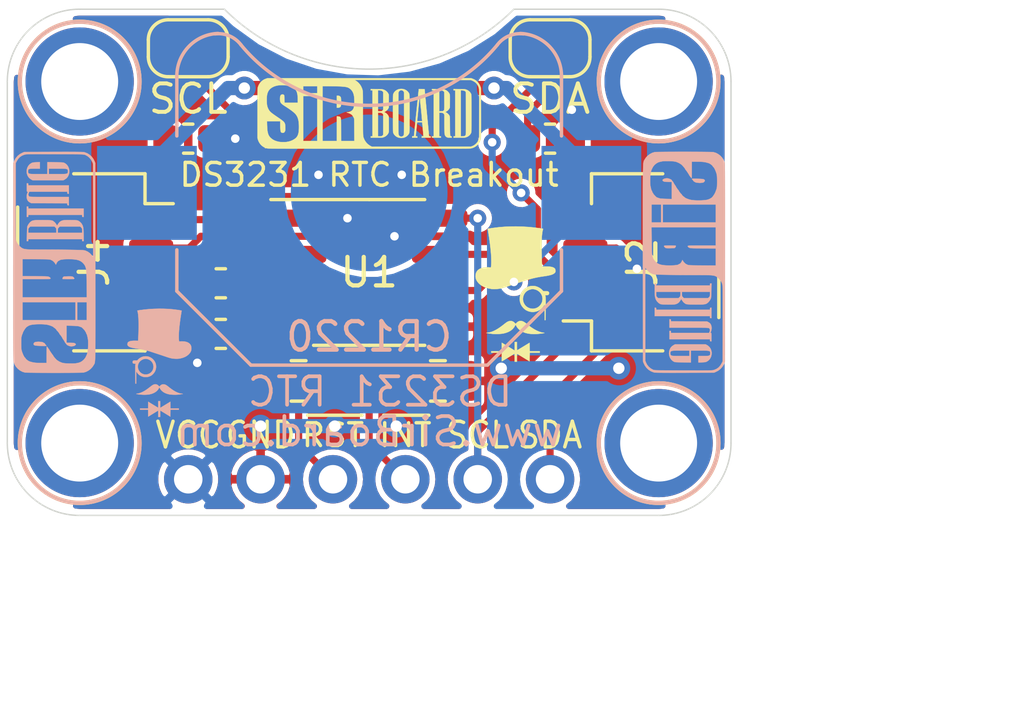
<source format=kicad_pcb>
(kicad_pcb (version 20171130) (host pcbnew "(5.1.2)-2")
  (title_block (title "DS3231MZ+ Based Real Time Clock") (date 2020-02-09) (rev 2) (company SirBoard) (comment 1 www.SirBoard.com) (comment 2 "±5ppm Accuracy RTC with internal MEMS oscillator") (comment 3 "DS3231MZ+ - SirBlue"))
  (layers (0 F.Cu signal) (31 B.Cu signal) (34 B.Paste user hide) (35 F.Paste user hide) (36 B.SilkS user) (37 F.SilkS user) (38 B.Mask user hide) (39 F.Mask user hide) (44 Edge.Cuts user))
  (net 0 "")
  (net 1 GND)
  (net 2 VCC)
  (net 3 "Net-(JP2-Pad2)")
  (net 4 SCL)
  (net 5 "Net-(JP3-Pad2)")
  (net 6 SDA)
  (net 7 VBAT)
  (net 8 SQW)
  (net 9 "Net-(U1-Pad1)")
  (net 10 RST)
  (module logo:logo47x67 (layer F.Cu) (at 70.4215 34.544)
    (fp_text reference G*** hide)
    (fp_text value LOGO hide)
  )
  (module Battery:BatteryHolder_Keystone_3000_1x12mm (layer B.Cu) (at 65.278 30.988)
    (fp_text reference CR1220 (at 0 5.05) (layer B.SilkS) (effects (justify mirror)))
    (fp_text value CR1220)
    (pad 2 smd circle (at 0 0) (size 5.5 5.5) (layers B.Cu B.Mask) (net 1 GND))
    (pad 1 smd rect (at 7.8 0) (size 3.5 3.3) (layers B.Cu B.Paste B.Mask) (net 7 VBAT))
    (pad 1 smd rect (at -7.8 0) (size 3.5 3.3) (layers B.Cu B.Paste B.Mask) (net 7 VBAT))
  )
  (module Capacitor_SMD:C_0805_2012Metric (layer F.Cu) (at 67.691 37.592)
    (fp_text reference C2 hide)
    (fp_text value 1uF)
    (pad 2 smd roundrect (at 0.9375 0) (size 0.975 1.4) (layers F.Cu F.Paste F.Mask) (net 1 GND))
    (pad 1 smd roundrect (at -0.9375 0) (size 0.975 1.4) (layers F.Cu F.Paste F.Mask) (net 7 VBAT))
  )
  (module Package_SO:SOIC-8_3.9x4.9mm_P1.27mm (layer F.Cu) (at 65.278 33.782)
    (fp_text reference U1 (at 0 0) (layer F.SilkS))
    (fp_text value DS3231MZ)
    (pad 8 smd roundrect (at 2.475 -1.905) (size 1.95 0.6) (layers F.Cu F.Paste F.Mask) (net 4 SCL))
    (pad 7 smd roundrect (at 2.475 -0.635) (size 1.95 0.6) (layers F.Cu F.Paste F.Mask) (net 6 SDA))
    (pad 6 smd roundrect (at 2.475 0.635) (size 1.95 0.6) (layers F.Cu F.Paste F.Mask) (net 7 VBAT))
    (pad 5 smd roundrect (at 2.475 1.905) (size 1.95 0.6) (layers F.Cu F.Paste F.Mask) (net 1 GND))
    (pad 4 smd roundrect (at -2.475 1.905) (size 1.95 0.6) (layers F.Cu F.Paste F.Mask) (net 10 RST))
    (pad 3 smd roundrect (at -2.475 0.635) (size 1.95 0.6) (layers F.Cu F.Paste F.Mask) (net 8 SQW))
    (pad 2 smd roundrect (at -2.475 -0.635) (size 1.95 0.6) (layers F.Cu F.Paste F.Mask) (net 2 VCC))
    (pad 1 smd roundrect (at -2.475 -1.905) (size 1.95 0.6) (layers F.Cu F.Paste F.Mask) (net 9 "Net-(U1-Pad1)"))
  )
  (module Resistor_SMD:R_0603_1608Metric (layer F.Cu) (at 60.071 34.163)
    (fp_text reference R4 hide)
    (fp_text value 10k)
    (pad 2 smd roundrect (at 0.7875 0) (size 0.875 0.95) (layers F.Cu F.Paste F.Mask) (net 8 SQW))
    (pad 1 smd roundrect (at -0.7875 0) (size 0.875 0.95) (layers F.Cu F.Paste F.Mask) (net 2 VCC))
  )
  (module Resistor_SMD:R_0603_1608Metric (layer F.Cu) (at 60.071 35.941)
    (fp_text reference R3 hide)
    (fp_text value 10k)
    (pad 2 smd roundrect (at 0.7875 0) (size 0.875 0.95) (layers F.Cu F.Paste F.Mask) (net 10 RST))
    (pad 1 smd roundrect (at -0.7875 0) (size 0.875 0.95) (layers F.Cu F.Paste F.Mask) (net 2 VCC))
  )
  (module logo:logo38x53 (layer B.Cu) (at 57.912 36.957 180)
    (fp_text reference G*** hide)
    (fp_text value LOGO hide)
  )
  (module logo:SirBoard79x25 (layer F.Cu) (at 65.278 28.194)
    (fp_text reference G*** hide)
    (fp_text value LOGO hide)
  )
  (module Resistor_SMD:R_0603_1608Metric (layer F.Cu) (at 71.628 29.083 180)
    (fp_text reference R2 hide)
    (fp_text value 4.7k)
    (pad 2 smd roundrect (at 0.7875 0 180) (size 0.875 0.95) (layers F.Cu F.Paste F.Mask) (net 5 "Net-(JP3-Pad2)"))
    (pad 1 smd roundrect (at -0.7875 0 180) (size 0.875 0.95) (layers F.Cu F.Paste F.Mask) (net 2 VCC))
  )
  (module Resistor_SMD:R_0603_1608Metric (layer F.Cu) (at 58.928 29.083 180)
    (fp_text reference R1 hide)
    (fp_text value 4.7k)
    (pad 2 smd roundrect (at 0.7875 0 180) (size 0.875 0.95) (layers F.Cu F.Paste F.Mask) (net 3 "Net-(JP2-Pad2)"))
    (pad 1 smd roundrect (at -0.7875 0 180) (size 0.875 0.95) (layers F.Cu F.Paste F.Mask) (net 2 VCC))
  )
  (module Connector_PinHeader_2.54mm:PinHeader_1x06_P2.54mm_Vertical (layer B.Cu) (at 58.928 41.0464 270)
    (fp_text reference J1 hide)
    (fp_text value Conn_01x06)
    (pad 1 thru_hole circle (at 0 0 270) (size 1.7 1.7) (drill 1) (layers *.Cu *.Mask) (net 2 VCC))
    (pad 2 thru_hole oval (at 0 -2.54 270) (size 1.7 1.7) (drill 1) (layers *.Cu *.Mask) (net 1 GND))
    (pad 3 thru_hole oval (at 0 -5.08 270) (size 1.7 1.7) (drill 1) (layers *.Cu *.Mask) (net 10 RST))
    (pad 4 thru_hole oval (at 0 -7.62 270) (size 1.7 1.7) (drill 1) (layers *.Cu *.Mask) (net 8 SQW))
    (pad 5 thru_hole oval (at 0 -10.16 270) (size 1.7 1.7) (drill 1) (layers *.Cu *.Mask) (net 4 SCL))
    (pad 6 thru_hole oval (at 0 -12.7 270) (size 1.7 1.7) (drill 1) (layers *.Cu *.Mask) (net 6 SDA))
  )
  (module Capacitor_SMD:C_0805_2012Metric (layer F.Cu) (at 62.8015 37.592)
    (fp_text reference C1 hide)
    (fp_text value 10uF)
    (pad 2 smd roundrect (at 0.9375 0) (size 0.975 1.4) (layers F.Cu F.Paste F.Mask) (net 1 GND))
    (pad 1 smd roundrect (at -0.9375 0) (size 0.975 1.4) (layers F.Cu F.Paste F.Mask) (net 2 VCC))
  )
  (module Jumper:SolderJumper-2_P1.3mm_Open_RoundedPad1.0x1.5mm (layer F.Cu) (at 71.628 25.908)
    (fp_text reference SDA (at 0 1.778 unlocked) (layer F.SilkS) (effects (font (thickness 0.14))))
    (fp_text value SolderJumper_2_Open)
    (pad 1 smd custom (at -0.65 0) (size 1 0.5) (layers F.Cu F.Mask) (net 6 SDA) (options (clearance outline) (anchor rect)) (primitives (gr_circle (center 0 0.25) (end 0.5 0.25) (width 0)) (gr_circle (center 0 -0.25) (end 0.5 -0.25) (width 0)) (gr_poly (pts (xy 0 -0.75) (xy 0.5 -0.75) (xy 0.5 0.75) (xy 0 0.75)) (width 0))))
    (pad 2 smd custom (at 0.65 0) (size 1 0.5) (layers F.Cu F.Mask) (net 5 "Net-(JP3-Pad2)") (options (clearance outline) (anchor rect)) (primitives (gr_circle (center 0 0.25) (end 0.5 0.25) (width 0)) (gr_circle (center 0 -0.25) (end 0.5 -0.25) (width 0)) (gr_poly (pts (xy 0 -0.75) (xy -0.5 -0.75) (xy -0.5 0.75) (xy 0 0.75)) (width 0))))
  )
  (module Jumper:SolderJumper-2_P1.3mm_Open_RoundedPad1.0x1.5mm (layer F.Cu) (at 58.928 25.908 180)
    (fp_text reference SCL (at 0 -1.778 unlocked) (layer F.SilkS) (effects (font (thickness 0.14))))
    (fp_text value SolderJumper_2_Open)
    (pad 1 smd custom (at -0.65 0 180) (size 1 0.5) (layers F.Cu F.Mask) (net 4 SCL) (options (clearance outline) (anchor rect)) (primitives (gr_circle (center 0 0.25) (end 0.5 0.25) (width 0)) (gr_circle (center 0 -0.25) (end 0.5 -0.25) (width 0)) (gr_poly (pts (xy 0 -0.75) (xy 0.5 -0.75) (xy 0.5 0.75) (xy 0 0.75)) (width 0))))
    (pad 2 smd custom (at 0.65 0 180) (size 1 0.5) (layers F.Cu F.Mask) (net 3 "Net-(JP2-Pad2)") (options (clearance outline) (anchor rect)) (primitives (gr_circle (center 0 0.25) (end 0.5 0.25) (width 0)) (gr_circle (center 0 -0.25) (end 0.5 -0.25) (width 0)) (gr_poly (pts (xy 0 -0.75) (xy -0.5 -0.75) (xy -0.5 0.75) (xy 0 0.75)) (width 0))))
  )
  (module logo:SirBlue78x29 (layer B.Cu) (at 76.327 33.4264 270)
    (fp_text reference G*** hide)
    (fp_text value LOGO hide)
  )
  (module logo:SirBlue78x29 (layer B.Cu) (at 54.229 33.4264 90)
    (fp_text reference G*** hide)
    (fp_text value LOGO hide)
  )
  (module Connector_JST:JST_SH_SM04B-SRSS-TB_1x04-1MP_P1.00mm_Horizontal (layer F.Cu) (at 55.626 33.4264 270)
    (fp_text reference J4 (at 0 0 270) (layer F.SilkS))
    (fp_text value Conn_01x04)
    (pad MP smd roundrect (at 2.8 1.875 270) (size 1.2 1.8) (layers F.Cu F.Paste F.Mask) (roundrect_rratio 0.208333))
    (pad MP smd roundrect (at -2.8 1.875 270) (size 1.2 1.8) (layers F.Cu F.Paste F.Mask) (roundrect_rratio 0.208333))
    (pad 4 smd roundrect (at 1.5 -2 270) (size 0.6 1.55) (layers F.Cu F.Paste F.Mask) (net 1 GND))
    (pad 3 smd roundrect (at 0.5 -2 270) (size 0.6 1.55) (layers F.Cu F.Paste F.Mask) (net 2 VCC))
    (pad 2 smd roundrect (at -0.5 -2 270) (size 0.6 1.55) (layers F.Cu F.Paste F.Mask) (net 6 SDA))
    (pad 1 smd roundrect (at -1.5 -2 270) (size 0.6 1.55) (layers F.Cu F.Paste F.Mask) (net 4 SCL))
  )
  (module Connector_JST:JST_SH_SM04B-SRSS-TB_1x04-1MP_P1.00mm_Horizontal (layer F.Cu) (at 74.8665 33.4264 90)
    (fp_text reference J2 (at 0 0 90) (layer F.SilkS))
    (fp_text value Conn_01x04)
    (pad MP smd roundrect (at 2.8 1.875 90) (size 1.2 1.8) (layers F.Cu F.Paste F.Mask) (roundrect_rratio 0.208333))
    (pad MP smd roundrect (at -2.8 1.875 90) (size 1.2 1.8) (layers F.Cu F.Paste F.Mask) (roundrect_rratio 0.208333))
    (pad 4 smd roundrect (at 1.5 -2 90) (size 0.6 1.55) (layers F.Cu F.Paste F.Mask) (net 1 GND))
    (pad 3 smd roundrect (at 0.5 -2 90) (size 0.6 1.55) (layers F.Cu F.Paste F.Mask) (net 2 VCC))
    (pad 2 smd roundrect (at -0.5 -2 90) (size 0.6 1.55) (layers F.Cu F.Paste F.Mask) (net 6 SDA))
    (pad 1 smd roundrect (at -1.5 -2 90) (size 0.6 1.55) (layers F.Cu F.Paste F.Mask) (net 4 SCL))
  )
  (module SirBoardLibrary:MountingHole_M2.5_SirBoard (layer F.Cu) (at 55.118 39.7764 270)
    (fp_text reference H1 hide)
    (fp_text value MountingHole)
    (pad 1 thru_hole circle (at 0 0 270) (size 3.8 3.8) (drill 2.7) (layers *.Cu *.Mask))
  )
  (module SirBoardLibrary:MountingHole_M2.5_SirBoard (layer F.Cu) (at 55.118 27.0764 270)
    (fp_text reference H2 hide)
    (fp_text value MountingHole)
    (pad 1 thru_hole circle (at 0 0 270) (size 3.8 3.8) (drill 2.7) (layers *.Cu *.Mask))
  )
  (module SirBoardLibrary:MountingHole_M2.5_SirBoard (layer F.Cu) (at 75.438 39.7764 90)
    (fp_text reference H3 hide)
    (fp_text value MountingHole)
    (pad 1 thru_hole circle (at 0 0 90) (size 3.8 3.8) (drill 2.7) (layers *.Cu *.Mask))
  )
  (module SirBoardLibrary:MountingHole_M2.5_SirBoard (layer F.Cu) (at 75.438 27.0764 90)
    (fp_text reference H4 hide)
    (fp_text value MountingHole)
    (pad 1 thru_hole circle (at 0 0 90) (size 3.8 3.8) (drill 2.7) (layers *.Cu *.Mask))
  )
  (gr_line (start 65.786 38.7985) (end 67.3735 38.7985) (layer F.SilkS) (width 0.12))
  (gr_line (start 63.119 38.7985) (end 65.024 38.7985) (layer F.SilkS) (width 0.12))
  (gr_text "DS3231 RTC Breakout" (at 65.278 30.353) (layer F.SilkS) (effects (font (size 0.8 0.8) (thickness 0.12))))
  (gr_text "DS3231 RTC " (at 65.278 37.973) (layer B.SilkS) (effects (font (size 1 1) (thickness 0.13)) (justify mirror)))
  (gr_line (start 55.118 24.5364) (end 60.198 24.5364) (layer Edge.Cuts) (width 0.05))
  (gr_arc (start 65.278 19.4564) (end 60.198001 24.536399) (angle -90) (layer Edge.Cuts) (width 0.05))
  (gr_line (start 75.438 24.5364) (end 70.358 24.5364) (layer Edge.Cuts) (width 0.05))
  (gr_text RST (at 64.008 39.497) (layer F.SilkS) (effects (font (size 0.8 0.8) (thickness 0.12))))
  (gr_text VCC (at 58.928 39.497) (layer F.SilkS) (effects (font (size 0.9 0.8) (thickness 0.12))))
  (gr_text GND (at 61.468 39.497) (layer F.SilkS) (effects (font (size 0.9 0.8) (thickness 0.12))))
  (gr_text INT (at 66.548 39.497) (layer F.SilkS) (effects (font (size 0.8 0.8) (thickness 0.12))))
  (gr_text SCL (at 69.088 39.497) (layer F.SilkS) (effects (font (size 0.9 0.8) (thickness 0.12))))
  (gr_text SDA (at 71.628 39.497) (layer F.SilkS) (effects (font (size 0.9 0.8) (thickness 0.12))))
  (gr_arc (start 55.118 27.0764) (end 55.118 24.5364) (angle -90) (layer Edge.Cuts) (width 0.05))
  (gr_arc (start 75.438 27.0764) (end 77.978 27.0764) (angle -90) (layer Edge.Cuts) (width 0.05))
  (gr_arc (start 75.438 39.7764) (end 75.438 42.3164) (angle -90) (layer Edge.Cuts) (width 0.05))
  (gr_arc (start 55.118 39.7764) (end 52.578 39.7764) (angle -90) (layer Edge.Cuts) (width 0.05))
  (gr_line (start 52.578 39.7764) (end 52.578 27.0764) (layer Edge.Cuts) (width 0.05))
  (gr_line (start 77.978 27.0764) (end 77.978 39.7764) (layer Edge.Cuts) (width 0.05))
  (gr_line (start 75.438 42.3164) (end 55.118 42.3164) (layer Edge.Cuts) (width 0.05))
  (gr_text www.SirBoard.com (at 65.278 39.37) (layer B.SilkS) (effects (font (size 1 1) (thickness 0.13)) (justify mirror)))
  (via (at 66.167 32.512) (size 0.6) (drill 0.3) (layers F.Cu B.Cu) (net 1))
  (via (at 64.516 31.877) (size 0.6) (drill 0.3) (layers F.Cu B.Cu) (net 1))
  (via (at 63.5 30.353) (size 0.6) (drill 0.3) (layers F.Cu B.Cu) (net 1))
  (via (at 66.421 30.353) (size 0.6) (drill 0.3) (layers F.Cu B.Cu) (net 1))
  (via (at 61.468 39.1795) (size 0.8) (drill 0.4) (layers F.Cu B.Cu) (net 1))
  (via (at 66.2305 39.1795) (size 0.8) (drill 0.4) (layers F.Cu B.Cu) (net 1))
  (segment (start 61.468 39.1795) (end 64.0715 39.1795) (width 0.5) (layer B.Cu) (net 1))
  (via (at 69.9135 37.1475) (size 0.8) (drill 0.4) (layers F.Cu B.Cu) (net 1))
  (via (at 74.041 37.1475) (size 0.8) (drill 0.4) (layers F.Cu B.Cu) (net 1))
  (segment (start 74.041 37.1475) (end 69.9135 37.1475) (width 0.5) (layer B.Cu) (net 1))
  (segment (start 64.0715 39.1795) (end 66.2305 39.1795) (width 0.5) (layer B.Cu) (net 1))
  (via (at 64.0715 39.1795) (size 0.8) (drill 0.4) (layers F.Cu B.Cu) (net 1))
  (segment (start 59.2835 35.941) (end 59.2835 34.163) (width 0.25) (layer F.Cu) (net 2))
  (segment (start 59.0469 33.9264) (end 59.2835 34.163) (width 0.25) (layer F.Cu) (net 2))
  (segment (start 57.626 33.9264) (end 59.0469 33.9264) (width 0.25) (layer F.Cu) (net 2))
  (segment (start 62.803 33.147) (end 59.436 33.147) (width 0.25) (layer F.Cu) (net 2))
  (segment (start 59.2835 33.2995) (end 59.2835 34.163) (width 0.25) (layer F.Cu) (net 2))
  (segment (start 59.436 33.147) (end 59.2835 33.2995) (width 0.25) (layer F.Cu) (net 2))
  (via (at 59.2455 36.957) (size 0.6) (drill 0.3) (layers F.Cu B.Cu) (net 2))
  (segment (start 59.2835 35.941) (end 59.2835 36.919) (width 0.25) (layer F.Cu) (net 2))
  (segment (start 59.2835 36.919) (end 59.2455 36.957) (width 0.25) (layer F.Cu) (net 2))
  (via (at 74.676 33.655) (size 0.6) (drill 0.3) (layers F.Cu B.Cu) (net 2))
  (segment (start 72.8665 32.9264) (end 73.9474 32.9264) (width 0.25) (layer F.Cu) (net 2))
  (segment (start 73.9474 32.9264) (end 74.676 33.655) (width 0.25) (layer F.Cu) (net 2))
  (via (at 72.39 28.067) (size 0.6) (drill 0.3) (layers F.Cu B.Cu) (net 2))
  (segment (start 72.4155 29.083) (end 72.4155 28.0925) (width 0.25) (layer F.Cu) (net 2))
  (segment (start 72.4155 28.0925) (end 72.39 28.067) (width 0.25) (layer F.Cu) (net 2))
  (via (at 60.579 29.083) (size 0.6) (drill 0.3) (layers F.Cu B.Cu) (net 2))
  (segment (start 59.7155 29.083) (end 60.579 29.083) (width 0.25) (layer F.Cu) (net 2))
  (segment (start 61.2765 37.592) (end 61.864 37.592) (width 0.25) (layer F.Cu) (net 2))
  (segment (start 59.456236 37.592) (end 61.2765 37.592) (width 0.25) (layer F.Cu) (net 2))
  (segment (start 59.2455 37.381264) (end 59.456236 37.592) (width 0.25) (layer F.Cu) (net 2))
  (segment (start 59.2455 36.957) (end 59.2455 37.381264) (width 0.25) (layer F.Cu) (net 2))
  (segment (start 58.1405 26.0455) (end 58.278 25.908) (width 0.25) (layer F.Cu) (net 3))
  (segment (start 58.1405 29.083) (end 58.1405 26.0455) (width 0.25) (layer F.Cu) (net 3))
  (segment (start 69.088 41.0464) (end 69.088 39.37) (width 0.25) (layer F.Cu) (net 4))
  (segment (start 72.8665 35.5915) (end 72.8665 34.9264) (width 0.25) (layer F.Cu) (net 4))
  (segment (start 69.088 39.37) (end 72.8665 35.5915) (width 0.25) (layer F.Cu) (net 4))
  (segment (start 65.5955 31.877) (end 67.753 31.877) (width 0.25) (layer F.Cu) (net 4))
  (segment (start 64.8335 31.115) (end 65.5955 31.877) (width 0.25) (layer F.Cu) (net 4))
  (segment (start 61.468 31.115) (end 64.8335 31.115) (width 0.25) (layer F.Cu) (net 4))
  (segment (start 57.626 31.9264) (end 60.6566 31.9264) (width 0.25) (layer F.Cu) (net 4))
  (segment (start 60.6566 31.9264) (end 61.468 31.115) (width 0.25) (layer F.Cu) (net 4))
  (via (at 69.088 31.877) (size 0.6) (drill 0.3) (layers F.Cu B.Cu) (net 4))
  (segment (start 67.753 31.877) (end 69.088 31.877) (width 0.25) (layer F.Cu) (net 4))
  (segment (start 69.088 41.0464) (end 69.088 31.877) (width 0.25) (layer B.Cu) (net 4))
  (segment (start 61.468 29.158964) (end 59.578 27.268964) (width 0.25) (layer F.Cu) (net 4))
  (segment (start 61.468 31.115) (end 61.468 29.158964) (width 0.25) (layer F.Cu) (net 4))
  (segment (start 59.578 26.755592) (end 59.578 25.908) (width 0.25) (layer F.Cu) (net 4))
  (segment (start 59.578 27.268964) (end 59.578 26.755592) (width 0.25) (layer F.Cu) (net 4))
  (segment (start 70.8405 28.508) (end 70.8405 29.083) (width 0.25) (layer F.Cu) (net 5))
  (segment (start 70.8405 28.193092) (end 70.8405 28.508) (width 0.25) (layer F.Cu) (net 5))
  (segment (start 72.278 26.755592) (end 70.8405 28.193092) (width 0.25) (layer F.Cu) (net 5))
  (segment (start 72.278 25.908) (end 72.278 26.755592) (width 0.25) (layer F.Cu) (net 5))
  (segment (start 70.8405 26.0455) (end 70.978 25.908) (width 0.25) (layer F.Cu) (net 6))
  (segment (start 73.7415 33.9264) (end 72.8665 33.9264) (width 0.25) (layer F.Cu) (net 6))
  (segment (start 74.1045 34.2894) (end 73.7415 33.9264) (width 0.25) (layer F.Cu) (net 6))
  (segment (start 74.1045 35.71875) (end 74.1045 34.2894) (width 0.25) (layer F.Cu) (net 6))
  (segment (start 71.628 41.0464) (end 71.628 38.19525) (width 0.25) (layer F.Cu) (net 6))
  (segment (start 71.628 38.19525) (end 74.1045 35.71875) (width 0.25) (layer F.Cu) (net 6))
  (segment (start 67.753 33.147) (end 71.1835 33.147) (width 0.25) (layer F.Cu) (net 6))
  (segment (start 71.9629 33.9264) (end 72.8665 33.9264) (width 0.25) (layer F.Cu) (net 6))
  (segment (start 71.1835 33.147) (end 71.9629 33.9264) (width 0.25) (layer F.Cu) (net 6))
  (segment (start 65.4685 33.147) (end 67.753 33.147) (width 0.25) (layer F.Cu) (net 6))
  (segment (start 64.8335 32.512) (end 65.4685 33.147) (width 0.25) (layer F.Cu) (net 6))
  (segment (start 59.3725 32.512) (end 64.8335 32.512) (width 0.25) (layer F.Cu) (net 6))
  (segment (start 57.626 32.9264) (end 58.9581 32.9264) (width 0.25) (layer F.Cu) (net 6))
  (segment (start 58.9581 32.9264) (end 59.3725 32.512) (width 0.25) (layer F.Cu) (net 6))
  (via (at 69.596 29.21) (size 0.6) (drill 0.3) (layers F.Cu B.Cu) (net 6))
  (via (at 70.612 30.988) (size 0.6) (drill 0.3) (layers F.Cu B.Cu) (net 6))
  (segment (start 69.596 29.21) (end 69.596 29.972) (width 0.25) (layer B.Cu) (net 6))
  (segment (start 69.596 29.972) (end 70.612 30.988) (width 0.25) (layer B.Cu) (net 6))
  (segment (start 71.1835 31.5595) (end 71.1835 33.147) (width 0.25) (layer F.Cu) (net 6))
  (segment (start 70.612 30.988) (end 71.1835 31.5595) (width 0.25) (layer F.Cu) (net 6))
  (segment (start 69.596 28.702) (end 69.596 29.21) (width 0.25) (layer F.Cu) (net 6))
  (segment (start 70.978 25.908) (end 70.978 27.32) (width 0.25) (layer F.Cu) (net 6))
  (segment (start 70.978 27.32) (end 69.596 28.702) (width 0.25) (layer F.Cu) (net 6))
  (segment (start 67.753 34.417) (end 69.088 34.417) (width 0.25) (layer F.Cu) (net 7))
  (segment (start 69.3905 34.1145) (end 70.358 34.1145) (width 0.25) (layer F.Cu) (net 7))
  (segment (start 69.088 34.417) (end 69.3905 34.1145) (width 0.25) (layer F.Cu) (net 7))
  (via (at 60.896502 27.305) (size 0.8) (drill 0.4) (layers F.Cu B.Cu) (net 7))
  (segment (start 60.325 27.305) (end 60.896502 27.305) (width 0.5) (layer B.Cu) (net 7))
  (segment (start 57.478 30.988) (end 57.478 30.152) (width 0.5) (layer B.Cu) (net 7))
  (segment (start 57.478 30.152) (end 60.325 27.305) (width 0.5) (layer B.Cu) (net 7))
  (via (at 69.6595 27.305) (size 0.8) (drill 0.4) (layers F.Cu B.Cu) (net 7))
  (segment (start 60.896502 27.305) (end 69.6595 27.305) (width 0.5) (layer F.Cu) (net 7))
  (segment (start 70.104 27.305) (end 69.6595 27.305) (width 0.5) (layer B.Cu) (net 7))
  (segment (start 73.078 30.988) (end 73.078 30.279) (width 0.5) (layer B.Cu) (net 7))
  (segment (start 73.078 30.279) (end 70.104 27.305) (width 0.5) (layer B.Cu) (net 7))
  (segment (start 70.358 34.1145) (end 70.358 34.1145) (width 0.25) (layer F.Cu) (net 7))
  (via (at 70.358 34.1145) (size 0.6) (drill 0.3) (layers F.Cu B.Cu) (net 7))
  (segment (start 73.078 31.3945) (end 73.078 30.988) (width 0.25) (layer B.Cu) (net 7))
  (segment (start 70.358 34.1145) (end 73.078 31.3945) (width 0.25) (layer B.Cu) (net 7))
  (segment (start 66.294 37.592) (end 66.7535 37.592) (width 0.25) (layer F.Cu) (net 7))
  (segment (start 65.9765 37.2745) (end 66.294 37.592) (width 0.25) (layer F.Cu) (net 7))
  (segment (start 65.9765 35.052) (end 65.9765 37.2745) (width 0.25) (layer F.Cu) (net 7))
  (segment (start 67.753 34.417) (end 66.6115 34.417) (width 0.25) (layer F.Cu) (net 7))
  (segment (start 66.6115 34.417) (end 65.9765 35.052) (width 0.25) (layer F.Cu) (net 7))
  (segment (start 61.728 34.417) (end 61.474 34.163) (width 0.25) (layer F.Cu) (net 8))
  (segment (start 62.803 34.417) (end 61.728 34.417) (width 0.25) (layer F.Cu) (net 8))
  (segment (start 61.474 34.163) (end 60.8585 34.163) (width 0.25) (layer F.Cu) (net 8))
  (segment (start 62.803 34.417) (end 64.77 34.417) (width 0.25) (layer F.Cu) (net 8))
  (segment (start 64.77 34.417) (end 65.278 34.925) (width 0.25) (layer F.Cu) (net 8))
  (segment (start 65.278 39.7764) (end 66.548 41.0464) (width 0.25) (layer F.Cu) (net 8))
  (segment (start 65.278 34.925) (end 65.278 39.7764) (width 0.25) (layer F.Cu) (net 8))
  (segment (start 62.803 35.687) (end 61.722 35.687) (width 0.25) (layer F.Cu) (net 10))
  (segment (start 61.468 35.941) (end 60.8585 35.941) (width 0.25) (layer F.Cu) (net 10))
  (segment (start 61.722 35.687) (end 61.468 35.941) (width 0.25) (layer F.Cu) (net 10))
  (segment (start 62.803 39.8414) (end 64.008 41.0464) (width 0.25) (layer F.Cu) (net 10))
  (segment (start 62.803 35.687) (end 62.803 39.8414) (width 0.25) (layer F.Cu) (net 10))
  (zone (net 2) (net_name VCC) (layer B.Cu) (connect_pads (clearance 0.2)) (min_thickness 0.2) (fill yes (arc_segments 32) (thermal_gap 0.2) (thermal_bridge_width 0.3))
    (polygon (pts (xy 52.578 24.5364) (xy 77.978 24.5364) (xy 77.978 42.3164) (xy 52.578 42.3164)))
  )
  (zone (net 1) (net_name GND) (layer F.Cu) (connect_pads (clearance 0.2)) (min_thickness 0.2) (fill yes (arc_segments 32) (thermal_gap 0.2) (thermal_bridge_width 0.3))
    (polygon (pts (xy 52.578 24.5364) (xy 77.978 24.5364) (xy 77.978 42.3164) (xy 52.578 42.3164)))
  )
)
</source>
